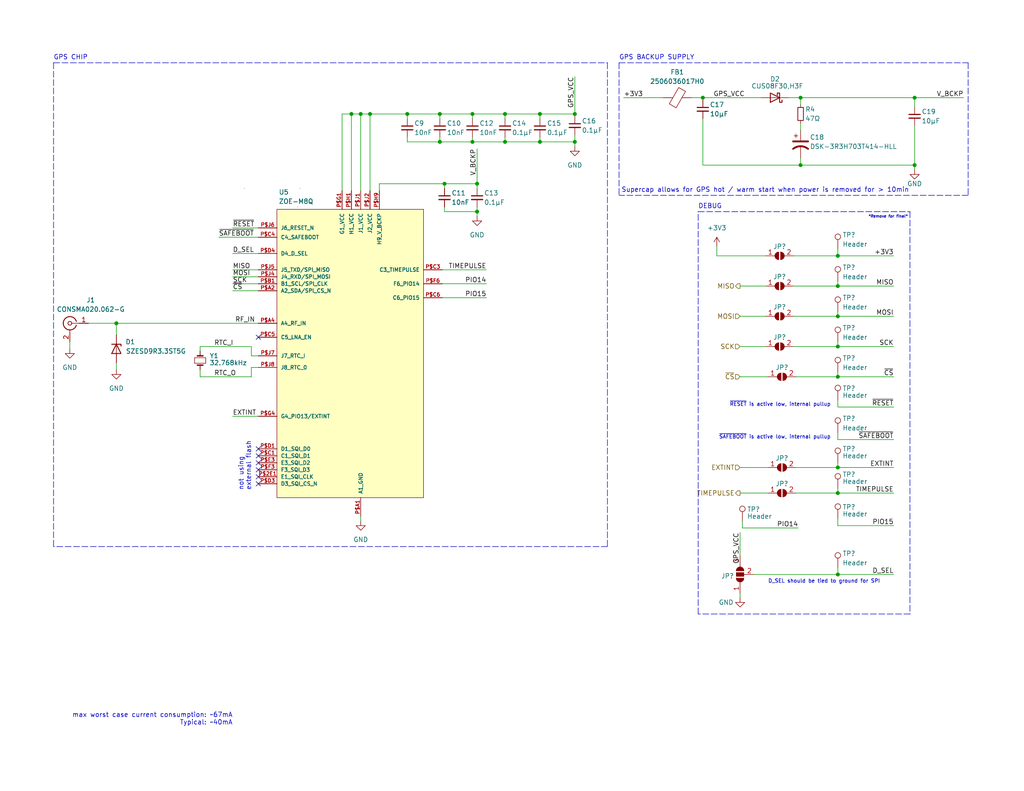
<source format=kicad_sch>
(kicad_sch (version 20211123) (generator eeschema)
  (paper "USLetter")
  (title_block (date "2022-08-06") (rev "V1.0 ") (company "Missouri S&T Rocket Design Team") (comment 1 "Seth Sievers"))
  (lib_symbols
    (symbol "Connector:Conn_Coaxial" (pin_names (offset 1.016) hide)
      (property "Reference" "J" (at 0.254 3.048 0))
      (property "Value" "Conn_Coaxial" (at 2.921 0 90))
      (symbol "Conn_Coaxial_0_1"
        (arc (start -1.778 -0.508) (mid 0.2311 -1.8066) (end 1.778 0) (stroke (width 0.254)))
        (polyline (pts (xy -2.54 0) (xy -0.508 0)))
        (polyline (pts (xy 0 -2.54) (xy 0 -1.778)))
        (circle (center 0 0) (radius 0.508) (stroke (width 0.2032)))
        (arc (start 1.778 0) (mid 0.2099 1.8101) (end -1.778 0.508) (stroke (width 0.254)))
      )
      (symbol "Conn_Coaxial_1_1"
        (pin passive line (at -5.08 0 0) (length 2.54) (name "In") (number "1"))
        (pin passive line (at 0 -5.08 90) (length 2.54) (name "Ext") (number "2"))
      )
    )
    (symbol "Connector:TestPoint" (pin_numbers hide) (pin_names (offset 0.762) hide)
      (property "Reference" "TP" (at 0 6.858 0))
      (property "Value" "TestPoint" (at 0 5.08 0))
      (symbol "TestPoint_0_1"
        (circle (center 0 3.302) (radius 0.762))
      )
      (symbol "TestPoint_1_1"
        (pin passive line (at 0 0 90) (length 2.54) (name "1") (number "1"))
      )
    )
    (symbol "Device:C_Polarized_US" (pin_numbers hide) (pin_names (offset 0.254) hide)
      (property "Reference" "C" (at 0.635 2.54 0))
      (property "Value" "C_Polarized_US" (at 0.635 -2.54 0))
      (symbol "C_Polarized_US_0_1"
        (polyline (pts (xy -2.032 0.762) (xy 2.032 0.762)) (stroke (width 0.508)))
        (polyline (pts (xy -1.778 2.286) (xy -0.762 2.286)))
        (polyline (pts (xy -1.27 1.778) (xy -1.27 2.794)))
        (arc (start 2.032 -1.27) (mid 0 -0.5572) (end -2.032 -1.27) (stroke (width 0.508)))
      )
      (symbol "C_Polarized_US_1_1"
        (pin passive line (at 0 3.81 270) (length 2.794) (name "~") (number "1"))
        (pin passive line (at 0 -3.81 90) (length 3.302) (name "~") (number "2"))
      )
    )
    (symbol "Device:C_Small" (pin_numbers hide) (pin_names (offset 0.254) hide)
      (property "Reference" "C" (at 0.254 1.778 0))
      (property "Value" "C_Small" (at 0.254 -2.032 0))
      (symbol "C_Small_0_1"
        (polyline (pts (xy -1.524 -0.508) (xy 1.524 -0.508)) (stroke (width 0.3302)))
        (polyline (pts (xy -1.524 0.508) (xy 1.524 0.508)) (stroke (width 0.3048)))
      )
      (symbol "C_Small_1_1"
        (pin passive line (at 0 2.54 270) (length 2.032) (name "~") (number "1"))
        (pin passive line (at 0 -2.54 90) (length 2.032) (name "~") (number "2"))
      )
    )
    (symbol "Device:Crystal_Small" (pin_numbers hide) (pin_names (offset 1.016) hide)
      (property "Reference" "Y" (at 0 2.54 0))
      (property "Value" "Crystal_Small" (at 0 -2.54 0))
      (symbol "Crystal_Small_0_1"
        (rectangle (start -0.762 -1.524) (end 0.762 1.524))
        (polyline (pts (xy -1.27 -0.762) (xy -1.27 0.762)) (stroke (width 0.381)))
        (polyline (pts (xy 1.27 -0.762) (xy 1.27 0.762)) (stroke (width 0.381)))
      )
      (symbol "Crystal_Small_1_1"
        (pin passive line (at -2.54 0 0) (length 1.27) (name "1") (number "1"))
        (pin passive line (at 2.54 0 180) (length 1.27) (name "2") (number "2"))
      )
    )
    (symbol "Device:D_Schottky" (pin_numbers hide) (pin_names (offset 1.016) hide)
      (property "Reference" "D?" (at 0 6.35 0))
      (property "Value" "CUS08F30,H3F" (at 0 3.81 0))
      (symbol "D_Schottky_0_1"
        (polyline (pts (xy 1.27 0) (xy -1.27 0)))
        (polyline (pts (xy 1.27 1.27) (xy 1.27 -1.27) (xy -1.27 0) (xy 1.27 1.27)) (stroke (width 0.254)))
        (polyline (pts (xy -1.905 0.635) (xy -1.905 1.27) (xy -1.27 1.27) (xy -1.27 -1.27) (xy -0.635 -1.27) (xy -0.635 -0.635)) (stroke (width 0.254)))
      )
      (symbol "D_Schottky_1_1"
        (pin passive line (at -3.81 0 0) (length 2.54) (name "K") (number "1"))
        (pin passive line (at 3.81 0 180) (length 2.54) (name "A") (number "2"))
      )
    )
    (symbol "Device:D_Zener" (pin_numbers hide) (pin_names (offset 1.016) hide)
      (property "Reference" "D" (at 0 2.54 0))
      (property "Value" "D_Zener" (at 0 -2.54 0))
      (symbol "D_Zener_0_1"
        (polyline (pts (xy 1.27 0) (xy -1.27 0)))
        (polyline (pts (xy -1.27 -1.27) (xy -1.27 1.27) (xy -0.762 1.27)) (stroke (width 0.254)))
        (polyline (pts (xy 1.27 -1.27) (xy 1.27 1.27) (xy -1.27 0) (xy 1.27 -1.27)) (stroke (width 0.254)))
      )
      (symbol "D_Zener_1_1"
        (pin passive line (at -3.81 0 0) (length 2.54) (name "K") (number "1"))
        (pin passive line (at 3.81 0 180) (length 2.54) (name "A") (number "2"))
      )
    )
    (symbol "Device:FerriteBead" (pin_numbers hide) (pin_names (offset 0))
      (property "Reference" "FB" (at -3.81 0.635 90))
      (property "Value" "FerriteBead" (at 3.81 0 90))
      (symbol "FerriteBead_0_1"
        (polyline (pts (xy 0 -1.27) (xy 0 -1.2192)))
        (polyline (pts (xy 0 1.27) (xy 0 1.2954)))
        (polyline (pts (xy -2.7686 0.4064) (xy -1.7018 2.2606) (xy 2.7686 -0.3048) (xy 1.6764 -2.159) (xy -2.7686 0.4064)))
      )
      (symbol "FerriteBead_1_1"
        (pin passive line (at 0 3.81 270) (length 2.54) (name "~") (number "1"))
        (pin passive line (at 0 -3.81 90) (length 2.54) (name "~") (number "2"))
      )
    )
    (symbol "Device:R_Small" (pin_numbers hide) (pin_names (offset 0.254) hide)
      (property "Reference" "R" (at 0.762 0.508 0))
      (property "Value" "R_Small" (at 0.762 -1.016 0))
      (symbol "R_Small_0_1"
        (rectangle (start -0.762 1.778) (end 0.762 -1.778) (stroke (width 0.2032)))
      )
      (symbol "R_Small_1_1"
        (pin passive line (at 0 2.54 270) (length 0.762) (name "~") (number "1"))
        (pin passive line (at 0 -2.54 90) (length 0.762) (name "~") (number "2"))
      )
    )
    (symbol "Jumper:SolderJumper_2_Open" (pin_names (offset 0) hide)
      (property "Reference" "JP" (at 0 2.032 0))
      (property "Value" "SolderJumper_2_Open" (at 0 -2.54 0))
      (symbol "SolderJumper_2_Open_0_1"
        (arc (start -0.254 1.016) (mid -1.27 0) (end -0.254 -1.016))
        (arc (start -0.254 1.016) (mid -1.27 0) (end -0.254 -1.016) (fill (type outline)))
        (polyline (pts (xy -0.254 1.016) (xy -0.254 -1.016)))
        (polyline (pts (xy 0.254 1.016) (xy 0.254 -1.016)))
        (arc (start 0.254 -1.016) (mid 1.27 0) (end 0.254 1.016))
        (arc (start 0.254 -1.016) (mid 1.27 0) (end 0.254 1.016) (fill (type outline)))
      )
      (symbol "SolderJumper_2_Open_1_1"
        (pin passive line (at -3.81 0 0) (length 2.54) (name "A") (number "1"))
        (pin passive line (at 3.81 0 180) (length 2.54) (name "B") (number "2"))
      )
    )
    (symbol "Jumper:SolderJumper_3_Open" (pin_names (offset 0) hide)
      (property "Reference" "JP" (at -2.54 -2.54 0))
      (property "Value" "SolderJumper_3_Open" (at 0 2.794 0))
      (symbol "SolderJumper_3_Open_0_1"
        (arc (start -1.016 1.016) (mid -2.032 0) (end -1.016 -1.016))
        (arc (start -1.016 1.016) (mid -2.032 0) (end -1.016 -1.016) (fill (type outline)))
        (rectangle (start -0.508 1.016) (end 0.508 -1.016) (fill (type outline)))
        (polyline (pts (xy -2.54 0) (xy -2.032 0)))
        (polyline (pts (xy -1.016 1.016) (xy -1.016 -1.016)))
        (polyline (pts (xy 0 -1.27) (xy 0 -1.016)))
        (polyline (pts (xy 1.016 1.016) (xy 1.016 -1.016)))
        (polyline (pts (xy 2.54 0) (xy 2.032 0)))
        (arc (start 1.016 -1.016) (mid 2.032 0) (end 1.016 1.016))
        (arc (start 1.016 -1.016) (mid 2.032 0) (end 1.016 1.016) (fill (type outline)))
      )
      (symbol "SolderJumper_3_Open_1_1"
        (pin passive line (at -5.08 0 0) (length 2.54) (name "A") (number "1"))
        (pin passive line (at 0 -3.81 90) (length 2.54) (name "C") (number "2"))
        (pin passive line (at 5.08 0 180) (length 2.54) (name "B") (number "3"))
      )
    )
    (symbol "SRAD-FC:ZOE-M8Q" (pin_names (offset 1.016))
      (property "Reference" "U5" (at -22.3773 44.704 0))
      (property "Value" "ZOE-M8Q" (at -22.3773 42.164 0))
      (symbol "ZOE-M8Q_0_0"
        (pin bidirectional line (at -27.94 -33.02 0) (length 5.08) (name "E1_SQI_CLK") (number "P$2E1"))
        (pin power_in line (at 0 -43.815 90) (length 5.08) (name "A1_GND") (number "P$A1"))
        (pin bidirectional line (at -27.94 17.78 0) (length 5.08) (name "A2_SDA/SPI_CS_N") (number "P$A2"))
        (pin power_in line (at 0 -43.815 90) (length 5.08) hide (name "A3_GND") (number "P$A3"))
        (pin input line (at -27.94 8.89 0) (length 5.08) (name "A4_RF_IN") (number "P$A4"))
        (pin power_in line (at 0 -43.815 90) (length 5.08) hide (name "A5_GND") (number "P$A5"))
        (pin no_connect line (at 0 -9.525 90) (length 5.08) hide (name "A6_RESREVED") (number "P$A6"))
        (pin power_in line (at 0 -43.815 90) (length 5.08) hide (name "A7_GND") (number "P$A7"))
        (pin power_in line (at 0 -43.815 90) (length 5.08) hide (name "A8_GND") (number "P$A8"))
        (pin power_in line (at 0 -43.815 90) (length 5.08) hide (name "A9_GND") (number "P$A9"))
        (pin bidirectional line (at -27.94 19.685 0) (length 5.08) (name "B1_SCL/SPI_CLK") (number "P$B1"))
        (pin power_in line (at 0 -43.815 90) (length 5.08) hide (name "B9_GND") (number "P$B9"))
        (pin bidirectional line (at -27.94 -27.305 0) (length 5.08) (name "C1_SQI_D1") (number "P$C1"))
        (pin bidirectional line (at 22.225 23.495 180) (length 5.08) (name "C3_TIMEPULSE") (number "P$C3"))
        (pin bidirectional line (at -27.94 32.385 0) (length 5.08) (name "C4_SAFEBOOT") (number "P$C4"))
        (pin bidirectional line (at -27.94 5.08 0) (length 5.08) (name "C5_LNA_EN") (number "P$C5"))
        (pin bidirectional line (at 22.225 15.875 180) (length 5.08) (name "C6_PIO15") (number "P$C6"))
        (pin power_in line (at 0 -43.815 90) (length 5.08) hide (name "C7_GND") (number "P$C7"))
        (pin power_in line (at 0 -43.815 90) (length 5.08) hide (name "C9_GND") (number "P$C9"))
        (pin bidirectional line (at -27.94 -25.4 0) (length 5.08) (name "D1_SQI_D0") (number "P$D1"))
        (pin bidirectional line (at -27.94 -34.925 0) (length 5.08) (name "D3_SQI_CS_N") (number "P$D3"))
        (pin bidirectional line (at -27.94 27.94 0) (length 5.08) (name "D4_D_SEL") (number "P$D4"))
        (pin power_in line (at 0 -43.815 90) (length 5.08) hide (name "D6_GND") (number "P$D6"))
        (pin power_in line (at 0 -43.815 90) (length 5.08) hide (name "D9_GND") (number "P$D9"))
        (pin bidirectional line (at -27.94 -29.21 0) (length 5.08) (name "E3_SQI_D2") (number "P$E3"))
        (pin power_in line (at 0 -43.815 90) (length 5.08) hide (name "E7_GND") (number "P$E7"))
        (pin no_connect line (at 0 -9.525 90) (length 5.08) hide (name "E9_RESERVED") (number "P$E9"))
        (pin no_connect line (at 0 -9.525 90) (length 5.08) hide (name "F1_RESERVED") (number "P$F1"))
        (pin bidirectional line (at -27.94 -31.115 0) (length 5.08) (name "F3_SQI_D3") (number "P$F3"))
        (pin no_connect line (at 0 -9.525 90) (length 5.08) hide (name "F4_RESERVED") (number "P$F4"))
        (pin bidirectional line (at 22.225 19.685 180) (length 5.08) (name "F6_PIO14") (number "P$F6"))
        (pin power_in line (at 0 -43.815 90) (length 5.08) hide (name "F7_GND") (number "P$F7"))
        (pin no_connect line (at 0 -9.525 90) (length 5.08) hide (name "F9_RESERVED") (number "P$F9"))
        (pin power_in line (at -5.08 45.085 270) (length 5.08) (name "G1_VCC") (number "P$G1"))
        (pin power_in line (at 0 -43.815 90) (length 5.08) hide (name "G3_GND") (number "P$G3"))
        (pin bidirectional line (at -27.94 -16.51 0) (length 5.08) (name "G4_PIO13/EXTINT") (number "P$G4"))
        (pin no_connect line (at 0 -9.525 90) (length 5.08) hide (name "G5_RESERVED") (number "P$G5"))
        (pin power_in line (at 0 -43.815 90) (length 5.08) hide (name "G6_GND") (number "P$G6"))
        (pin power_in line (at 0 -43.815 90) (length 5.08) hide (name "G7_GND") (number "P$G7"))
        (pin no_connect line (at 0 -9.525 90) (length 5.08) hide (name "G9_RESERVED") (number "P$G9"))
        (pin power_in line (at -2.54 45.085 270) (length 5.08) (name "H1_VCC") (number "P$H1"))
        (pin power_in line (at 5.08 45.085 270) (length 5.08) (name "H9_V_BCKP") (number "P$H9"))
        (pin power_in line (at 0 45.085 270) (length 5.08) (name "J1_VCC") (number "P$J1"))
        (pin power_in line (at 2.54 45.085 270) (length 5.08) (name "J2_VCC") (number "P$J2"))
        (pin power_in line (at 0 -43.815 90) (length 5.08) hide (name "J3_GND") (number "P$J3"))
        (pin bidirectional line (at -27.94 21.59 0) (length 5.08) (name "J4_RXD/SPI_MOSI") (number "P$J4"))
        (pin bidirectional line (at -27.94 23.495 0) (length 5.08) (name "J5_TXD/SPI_MISO") (number "P$J5"))
        (pin bidirectional line (at -27.94 34.925 0) (length 5.08) (name "J6_RESET_N") (number "P$J6"))
        (pin bidirectional line (at -27.94 0 0) (length 5.08) (name "J7_RTC_I") (number "P$J7"))
        (pin bidirectional line (at -27.94 -3.175 0) (length 5.08) (name "J8_RTC_0") (number "P$J8"))
        (pin power_in line (at 0 -43.815 90) (length 5.08) hide (name "J9_GND") (number "P$J9"))
      )
      (symbol "ZOE-M8Q_0_1"
        (rectangle (start -31.75 45.72) (end -31.75 45.72))
        (rectangle (start -22.86 40.005) (end 17.145 -38.735) (fill (type background)))
        (rectangle (start -17.145 40.64) (end -17.145 40.64))
        (rectangle (start -16.51 45.72) (end -16.51 45.72))
      )
    )
    (symbol "power:+3V3" (power) (pin_names (offset 0))
      (property "Value" "+3V3" (at 0 3.556 0))
      (symbol "+3V3_0_1"
        (polyline (pts (xy -0.762 1.27) (xy 0 2.54)))
        (polyline (pts (xy 0 0) (xy 0 2.54)))
        (polyline (pts (xy 0 2.54) (xy 0.762 1.27)))
      )
      (symbol "+3V3_1_1"
        (pin power_in line (at 0 0 90) (length 0) hide (name "+3V3") (number "1"))
      )
    )
    (symbol "power:GND" (power) (pin_names (offset 0))
      (property "Value" "GND" (at 0 -3.81 0))
      (symbol "GND_0_1"
        (polyline (pts (xy 0 0) (xy 0 -1.27) (xy 1.27 -1.27) (xy 0 -2.54) (xy -1.27 -1.27) (xy 0 -1.27)))
      )
      (symbol "GND_1_1"
        (pin power_in line (at 0 0 270) (length 0) hide (name "GND") (number "1"))
      )
    )
  )
  (junction (at 228.6 134.62))
  (junction (at 128.905 38.735))
  (junction (at 228.6 102.87))
  (junction (at 191.77 26.67))
  (junction (at 228.6 78.105))
  (junction (at 228.6 156.845))
  (junction (at 156.845 38.735))
  (junction (at 100.965 31.115))
  (junction (at 249.555 45.085))
  (junction (at 218.44 26.67))
  (junction (at 31.75 88.265))
  (junction (at 98.425 31.115))
  (junction (at 130.175 50.165))
  (junction (at 218.44 45.085))
  (junction (at 95.885 31.115))
  (junction (at 147.32 38.735))
  (junction (at 111.125 31.115))
  (junction (at 228.6 86.36))
  (junction (at 130.175 57.785))
  (junction (at 228.6 94.615))
  (junction (at 120.015 38.735))
  (junction (at 249.555 26.67))
  (junction (at 156.845 31.115))
  (junction (at 228.6 127.635))
  (junction (at 137.795 38.735))
  (junction (at 137.795 31.115))
  (junction (at 228.6 69.85))
  (junction (at 121.285 50.165))
  (junction (at 120.015 31.115))
  (junction (at 128.905 31.115))
  (junction (at 147.32 31.115))
  (no_connect (at 70.485 92.075))
  (no_connect (at 70.485 132.08))
  (no_connect (at 70.485 130.175))
  (no_connect (at 70.485 128.27))
  (no_connect (at 70.485 126.365))
  (no_connect (at 70.485 124.46))
  (no_connect (at 70.485 122.555))
  (polyline (pts (xy 248.285 57.785) (xy 248.285 167.64)))
  (wire (pts (xy 63.5 79.375) (xy 70.485 79.375)))
  (wire (pts (xy 130.175 40.64) (xy 130.175 50.165)))
  (wire (pts (xy 130.175 50.165) (xy 130.175 51.435)))
  (wire (pts (xy 201.93 78.105) (xy 208.915 78.105)))
  (wire (pts (xy 201.93 127.635) (xy 209.55 127.635)))
  (wire (pts (xy 98.425 140.97) (xy 98.425 142.24)))
  (wire (pts (xy 249.555 26.67) (xy 249.555 29.21)))
  (wire (pts (xy 128.905 38.735) (xy 137.795 38.735)))
  (wire (pts (xy 191.77 26.67) (xy 207.645 26.67)))
  (wire (pts (xy 121.285 56.515) (xy 121.285 57.785)))
  (wire (pts (xy 228.6 154.94) (xy 228.6 156.845)))
  (wire (pts (xy 215.265 26.67) (xy 218.44 26.67)))
  (polyline (pts (xy 264.16 17.145) (xy 264.16 53.34)))
  (wire (pts (xy 121.285 50.165) (xy 130.175 50.165)))
  (wire (pts (xy 121.285 50.165) (xy 121.285 51.435)))
  (wire (pts (xy 130.175 57.785) (xy 130.175 59.055)))
  (wire (pts (xy 111.125 31.115) (xy 120.015 31.115)))
  (wire (pts (xy 31.75 88.265) (xy 70.485 88.265)))
  (wire (pts (xy 68.58 97.155) (xy 68.58 94.615)))
  (wire (pts (xy 63.5 62.23) (xy 70.485 62.23)))
  (wire (pts (xy 228.6 127.635) (xy 243.84 127.635)))
  (polyline (pts (xy 248.285 167.64) (xy 190.5 167.64)))
  (wire (pts (xy 111.125 31.115) (xy 111.125 32.385)))
  (wire (pts (xy 228.6 126.365) (xy 228.6 127.635)))
  (wire (pts (xy 128.905 37.465) (xy 128.905 38.735)))
  (wire (pts (xy 111.125 37.465) (xy 111.125 38.735)))
  (wire (pts (xy 218.44 26.67) (xy 218.44 28.575)))
  (wire (pts (xy 218.44 33.655) (xy 218.44 35.56)))
  (wire (pts (xy 120.015 31.115) (xy 128.905 31.115)))
  (wire (pts (xy 201.93 161.925) (xy 201.93 163.195)))
  (wire (pts (xy 201.93 102.87) (xy 209.55 102.87)))
  (wire (pts (xy 120.015 38.735) (xy 128.905 38.735)))
  (wire (pts (xy 128.905 31.115) (xy 128.905 32.385)))
  (wire (pts (xy 249.555 45.085) (xy 249.555 46.355)))
  (wire (pts (xy 216.535 78.105) (xy 228.6 78.105)))
  (wire (pts (xy 228.6 67.945) (xy 228.6 69.85)))
  (wire (pts (xy 228.6 69.85) (xy 243.84 69.85)))
  (wire (pts (xy 54.61 94.615) (xy 68.58 94.615)))
  (wire (pts (xy 191.77 32.385) (xy 191.77 45.085)))
  (wire (pts (xy 103.505 50.165) (xy 121.285 50.165)))
  (wire (pts (xy 228.6 120.015) (xy 243.84 120.015)))
  (wire (pts (xy 228.6 143.51) (xy 243.84 143.51)))
  (wire (pts (xy 54.61 95.885) (xy 54.61 94.615)))
  (wire (pts (xy 191.77 45.085) (xy 218.44 45.085)))
  (wire (pts (xy 120.65 81.28) (xy 132.715 81.28)))
  (polyline (pts (xy 165.735 149.225) (xy 14.605 149.225)))
  (wire (pts (xy 63.5 75.565) (xy 70.485 75.565)))
  (wire (pts (xy 54.61 102.87) (xy 68.58 102.87)))
  (wire (pts (xy 103.505 52.07) (xy 103.505 50.165)))
  (wire (pts (xy 228.6 133.35) (xy 228.6 134.62)))
  (wire (pts (xy 228.6 141.605) (xy 228.6 143.51)))
  (wire (pts (xy 137.795 37.465) (xy 137.795 38.735)))
  (wire (pts (xy 147.32 37.465) (xy 147.32 38.735)))
  (wire (pts (xy 128.905 31.115) (xy 137.795 31.115)))
  (wire (pts (xy 218.44 45.085) (xy 218.44 43.18)))
  (wire (pts (xy 217.17 102.87) (xy 228.6 102.87)))
  (wire (pts (xy 111.125 38.735) (xy 120.015 38.735)))
  (wire (pts (xy 31.75 99.06) (xy 31.75 100.965)))
  (wire (pts (xy 100.965 31.115) (xy 111.125 31.115)))
  (wire (pts (xy 228.6 101.6) (xy 228.6 102.87)))
  (wire (pts (xy 217.17 127.635) (xy 228.6 127.635)))
  (wire (pts (xy 201.93 94.615) (xy 208.915 94.615)))
  (wire (pts (xy 202.565 142.24) (xy 202.565 144.145)))
  (wire (pts (xy 156.845 38.735) (xy 156.845 36.83)))
  (wire (pts (xy 95.885 31.115) (xy 98.425 31.115)))
  (wire (pts (xy 191.77 26.67) (xy 191.77 27.305)))
  (wire (pts (xy 70.485 97.155) (xy 68.58 97.155)))
  (wire (pts (xy 120.65 77.47) (xy 132.715 77.47)))
  (wire (pts (xy 31.75 88.265) (xy 31.75 91.44)))
  (wire (pts (xy 228.6 156.845) (xy 243.84 156.845)))
  (wire (pts (xy 120.65 73.66) (xy 132.715 73.66)))
  (wire (pts (xy 228.6 102.87) (xy 243.84 102.87)))
  (wire (pts (xy 228.6 93.345) (xy 228.6 94.615)))
  (wire (pts (xy 188.595 26.67) (xy 191.77 26.67)))
  (wire (pts (xy 205.74 156.845) (xy 228.6 156.845)))
  (wire (pts (xy 24.13 88.265) (xy 31.75 88.265)))
  (wire (pts (xy 137.795 31.115) (xy 147.32 31.115)))
  (wire (pts (xy 147.32 38.735) (xy 156.845 38.735)))
  (wire (pts (xy 202.565 144.145) (xy 217.805 144.145)))
  (polyline (pts (xy 168.91 17.145) (xy 264.16 17.145)))
  (wire (pts (xy 218.44 26.67) (xy 249.555 26.67)))
  (wire (pts (xy 228.6 78.105) (xy 243.84 78.105)))
  (wire (pts (xy 147.32 31.115) (xy 156.845 31.115)))
  (wire (pts (xy 201.93 86.36) (xy 208.915 86.36)))
  (polyline (pts (xy 247.65 57.785) (xy 248.285 57.785)))
  (wire (pts (xy 19.05 93.345) (xy 19.05 95.25)))
  (wire (pts (xy 228.6 120.015) (xy 228.6 118.11)))
  (wire (pts (xy 228.6 109.22) (xy 228.6 111.125)))
  (polyline (pts (xy 165.735 17.145) (xy 165.735 149.225)))
  (polyline (pts (xy 264.16 53.34) (xy 168.91 53.34)))
  (polyline (pts (xy 168.91 17.145) (xy 168.91 53.34)))
  (polyline (pts (xy 14.605 17.145) (xy 14.605 149.225)))
  (wire (pts (xy 63.5 77.47) (xy 70.485 77.47)))
  (wire (pts (xy 137.795 31.115) (xy 137.795 32.385)))
  (wire (pts (xy 68.58 102.87) (xy 68.58 100.33)))
  (wire (pts (xy 228.6 111.125) (xy 243.84 111.125)))
  (wire (pts (xy 195.58 67.31) (xy 195.58 69.85)))
  (wire (pts (xy 120.015 31.115) (xy 120.015 32.385)))
  (polyline (pts (xy 190.5 57.785) (xy 248.285 57.785)))
  (wire (pts (xy 93.345 31.115) (xy 95.885 31.115)))
  (wire (pts (xy 156.845 31.115) (xy 156.845 31.75)))
  (wire (pts (xy 228.6 86.36) (xy 243.84 86.36)))
  (wire (pts (xy 63.5 113.665) (xy 70.485 113.665)))
  (wire (pts (xy 228.6 76.835) (xy 228.6 78.105)))
  (wire (pts (xy 93.345 31.115) (xy 93.345 52.07)))
  (wire (pts (xy 63.5 69.215) (xy 70.485 69.215)))
  (wire (pts (xy 54.61 100.965) (xy 54.61 102.87)))
  (wire (pts (xy 216.535 86.36) (xy 228.6 86.36)))
  (wire (pts (xy 63.5 73.66) (xy 70.485 73.66)))
  (wire (pts (xy 98.425 31.115) (xy 100.965 31.115)))
  (wire (pts (xy 59.69 64.77) (xy 70.485 64.77)))
  (wire (pts (xy 170.18 26.67) (xy 180.975 26.67)))
  (wire (pts (xy 120.015 37.465) (xy 120.015 38.735)))
  (wire (pts (xy 100.965 31.115) (xy 100.965 52.07)))
  (wire (pts (xy 98.425 31.115) (xy 98.425 52.07)))
  (wire (pts (xy 156.845 38.735) (xy 156.845 40.005)))
  (wire (pts (xy 201.93 145.415) (xy 201.93 151.765)))
  (wire (pts (xy 228.6 134.62) (xy 243.84 134.62)))
  (wire (pts (xy 249.555 26.67) (xy 262.89 26.67)))
  (wire (pts (xy 249.555 45.085) (xy 218.44 45.085)))
  (polyline (pts (xy 14.605 17.145) (xy 165.735 17.145)))
  (wire (pts (xy 68.58 100.33) (xy 70.485 100.33)))
  (wire (pts (xy 216.535 69.85) (xy 228.6 69.85)))
  (polyline (pts (xy 190.5 167.64) (xy 190.5 57.785)))
  (wire (pts (xy 156.845 20.955) (xy 156.845 31.115)))
  (wire (pts (xy 216.535 94.615) (xy 228.6 94.615)))
  (wire (pts (xy 95.885 31.115) (xy 95.885 52.07)))
  (wire (pts (xy 201.93 134.62) (xy 209.55 134.62)))
  (wire (pts (xy 147.32 31.115) (xy 147.32 32.385)))
  (wire (pts (xy 130.175 56.515) (xy 130.175 57.785)))
  (wire (pts (xy 217.17 134.62) (xy 228.6 134.62)))
  (wire (pts (xy 195.58 69.85) (xy 208.915 69.85)))
  (wire (pts (xy 121.285 57.785) (xy 130.175 57.785)))
  (wire (pts (xy 249.555 34.29) (xy 249.555 45.085)))
  (wire (pts (xy 228.6 94.615) (xy 243.84 94.615)))
  (wire (pts (xy 228.6 85.09) (xy 228.6 86.36)))
  (wire (pts (xy 137.795 38.735) (xy 147.32 38.735)))
  (text "Supercap allows for GPS hot / warm start when power is removed for > 10min\n" (at 169.545 52.705 0) (effects (font (size 1.27 1.27)) (justify left bottom)))
  (text "GPS CHIP" (at 14.605 16.51 0) (effects (font (size 1.27 1.27)) (justify left bottom)))
  (text "DEBUG" (at 190.5 57.15 0) (effects (font (size 1.27 1.27)) (justify left bottom)))
  (text "~{RESET} is active low, internal pullup\n" (at 226.695 111.125 180) (effects (font (size 1 1)) (justify right bottom)))
  (text "not using \nexternal flash" (at 68.58 133.985 90) (effects (font (size 1.27 1.27)) (justify left bottom)))
  (text "GPS BACKUP SUPPLY" (at 168.91 16.51 0) (effects (font (size 1.27 1.27)) (justify left bottom)))
  (text "~{SAFEBOOT} is active low, internal pullup\n" (at 226.695 120.015 180) (effects (font (size 1 1)) (justify right bottom)))
  (text "D_SEL should be tied to ground for SPI" (at 209.55 159.385 0) (effects (font (size 1 1)) (justify left bottom)))
  (text "*Remove for final*" (at 236.855 59.69 0) (effects (font (size 0.75 0.75) italic) (justify left bottom)))
  (text "max worst case current consumption: ~67mA\nTypical: ~40mA\n" (at 63.5 198.12 0) (effects (font (size 1.27 1.27)) (justify right bottom)))
  (label "GPS_VCC" (at 156.845 20.955 270))
  (label "D_SEL" (at 243.84 156.845 180))
  (label "PIO14" (at 217.805 144.145 180))
  (label "PIO15" (at 243.84 143.51 180))
  (label "TIMEPULSE" (at 243.84 134.62 180))
  (label "SCK" (at 63.5 77.47 0))
  (label "~{RESET}" (at 63.5 62.23 0))
  (label "GPS_VCC" (at 203.2 26.67 180))
  (label "RTC_O" (at 58.42 102.87 0))
  (label "MISO" (at 243.84 78.105 180))
  (label "~{CS}" (at 243.84 102.87 180))
  (label "~{CS}" (at 63.5 79.375 0))
  (label "MOSI" (at 63.5 75.565 0))
  (label "MOSI" (at 243.84 86.36 180))
  (label "PIO15" (at 132.715 81.28 180))
  (label "V_BCKP" (at 130.175 40.64 270))
  (label "PIO14" (at 132.715 77.47 180))
  (label "V_BCKP" (at 262.89 26.67 180))
  (label "RF_IN" (at 64.135 88.265 0))
  (label "~{RESET}" (at 243.84 111.125 180))
  (label "~{SAFEBOOT}" (at 59.69 64.77 0))
  (label "+3V3" (at 243.84 69.85 180))
  (label "TIMEPULSE" (at 132.715 73.66 180))
  (label "RTC_I" (at 58.42 94.615 0))
  (label "GPS_VCC" (at 201.93 145.415 270))
  (label "EXTINT" (at 243.84 127.635 180))
  (label "D_SEL" (at 63.5 69.215 0))
  (label "~{SAFEBOOT}" (at 243.84 120.015 180))
  (label "EXTINT" (at 63.5 113.665 0))
  (label "+3V3" (at 170.18 26.67 0))
  (label "SCK" (at 243.84 94.615 180))
  (label "MISO" (at 63.5 73.66 0))
  (hierarchical_label "~{CS}" (shape input) (at 201.93 102.87 180))
  (hierarchical_label "EXTINT" (shape input) (at 201.93 127.635 180))
  (hierarchical_label "TIMEPULSE" (shape output) (at 201.93 134.62 180))
  (hierarchical_label "SCK" (shape input) (at 201.93 94.615 180))
  (hierarchical_label "MISO" (shape output) (at 201.93 78.105 180))
  (hierarchical_label "MOSI" (shape input) (at 201.93 86.36 180))
  (symbol (lib_id "Device:Crystal_Small") (at 54.61 98.425 90) (unit 1)
    (property "Reference" "Y1" (at 57.15 97.1549 90) (effects (justify right)))
    (property "Value" "32.768kHz" (at 57.15 99.06 90) (effects (justify right)))
    (property "Footprint" "Crystal:Crystal_SMD_3215-2Pin_3.2x1.5mm" (effects hide))
    (property "Datasheet" "http://cfd.citizen.co.jp/cms/cfd/pdf/english/CM315D_E.pdf" (effects hide))
    (property "Digikey" "https://www.digikey.com/en/products/detail/citizen-finedevice-co-ltd/CM315D32768HZFT/5970266" (effects hide))
  )
  (symbol (lib_id "Jumper:SolderJumper_2_Open") (at 212.725 86.36 0) (unit 1)
    (property "Reference" "JP?" (at 212.725 83.82 0))
    (property "Value" "SolderJumper_2_Open" (effects hide))
    (property "Footprint" "Jumper:SolderJumper-2_P1.3mm_Open_RoundedPad1.0x1.5mm" (effects hide))
  )
  (symbol (lib_id "Connector:TestPoint") (at 228.6 101.6 0) (unit 1)
    (property "Reference" "TP?" (at 229.87 97.79 0) (effects (justify left)))
    (property "Value" "Header" (at 229.87 100.33 0) (effects (justify left)))
    (property "Footprint" "Connector_PinHeader_2.54mm:PinHeader_1x01_P2.54mm_Vertical" (effects hide))
  )
  (symbol (lib_id "SRAD-FC:ZOE-M8Q") (at 98.425 97.155 0) (unit 1)
    (property "Reference" "U5" (at 76.0477 52.451 0) (effects (justify left)))
    (property "Value" "ZOE-M8Q" (at 76.0477 54.991 0) (effects (justify left)))
    (property "Footprint" "SRAD-FC:ZOE-M8" (effects hide))
    (property "Datasheet" "https://content.u-blox.com/sites/default/files/ZOE-M8_DataSheet_%28UBX-16008094%29.pdf" (effects hide))
    (property "Digikey" "https://www.digikey.com/en/products/detail/u-blox/ZOE-M8Q-0/7931798?s=N4IgTCBcDaIK4CMA2B7AHgAgF4oKYYFsAOARxAF0BfIA" (effects hide))
  )
  (symbol (lib_id "Device:FerriteBead") (at 184.785 26.67 270) (unit 1)
    (property "Reference" "FB1" (at 184.785 19.685 90))
    (property "Value" "2506036017H0" (at 184.785 22.225 90))
    (property "Footprint" "Capacitor_SMD:C_0603_1608Metric_Pad1.08x0.95mm_HandSolder" (effects hide))
    (property "Datasheet" "https://www.fair-rite.com/wp-content/themes/fair-rite/print_product.php?pid=29747" (effects hide))
    (property "Digikey" "https://www.digikey.com/en/products/detail/fair-rite-products-corp/2506036017H0/14635286" (effects hide))
  )
  (symbol (lib_id "Device:C_Small") (at 111.125 34.925 0) (unit 1)
    (property "Reference" "C9" (at 113.03 33.655 0) (effects (justify left)))
    (property "Value" "10nF" (at 113.03 36.195 0) (effects (justify left)))
  )
  (symbol (lib_id "Jumper:SolderJumper_2_Open") (at 212.725 78.105 0) (unit 1)
    (property "Reference" "JP?" (at 212.725 75.565 0))
    (property "Value" "SolderJumper_2_Open" (effects hide))
    (property "Footprint" "Jumper:SolderJumper-2_P1.3mm_Open_RoundedPad1.0x1.5mm" (effects hide))
  )
  (symbol (lib_id "Connector:TestPoint") (at 228.6 118.11 0) (unit 1)
    (property "Reference" "TP?" (at 229.87 114.3 0) (effects (justify left)))
    (property "Value" "Header" (at 229.87 116.84 0) (effects (justify left)))
    (property "Footprint" "Connector_PinHeader_2.54mm:PinHeader_1x01_P2.54mm_Vertical" (effects hide))
  )
  (symbol (lib_id "Connector:TestPoint") (at 228.6 133.35 0) (unit 1)
    (property "Reference" "TP?" (at 229.87 129.54 0) (effects (justify left)))
    (property "Value" "Header" (at 229.87 131.445 0) (effects (justify left)))
    (property "Footprint" "Connector_PinHeader_2.54mm:PinHeader_1x01_P2.54mm_Vertical" (effects hide))
  )
  (symbol (lib_id "Device:C_Small") (at 191.77 29.845 0) (unit 1)
    (property "Reference" "C17" (at 193.675 28.575 0) (effects (justify left)))
    (property "Value" "10μF" (at 193.675 31.115 0) (effects (justify left)))
  )
  (symbol (lib_id "Connector:TestPoint") (at 228.6 141.605 0) (unit 1)
    (property "Reference" "TP?" (at 229.87 138.43 0) (effects (justify left)))
    (property "Value" "Header" (at 229.87 140.335 0) (effects (justify left)))
    (property "Footprint" "Connector_PinHeader_2.54mm:PinHeader_1x01_P2.54mm_Vertical" (effects hide))
  )
  (symbol (lib_id "Device:C_Small") (at 121.285 53.975 0) (unit 1)
    (property "Reference" "C11" (at 123.19 52.705 0) (effects (justify left)))
    (property "Value" "10nF" (at 123.19 55.245 0) (effects (justify left)))
  )
  (symbol (lib_id "power:GND") (at 201.93 163.195 0) (unit 1)
    (property "Reference" "#PWR?" (effects hide))
    (property "Value" "GND" (at 198.12 164.465 0))
  )
  (symbol (lib_id "Device:D_Zener") (at 31.75 95.25 270) (unit 1)
    (property "Reference" "D1" (at 35.56 93.345 90))
    (property "Value" "SZESD9R3.3ST5G" (at 42.545 95.885 90))
    (property "Footprint" "Diode_SMD:D_SOD-923" (effects hide))
    (property "Datasheet" "https://www.onsemi.com/pdf/datasheet/esd9r3.3s-d.pdf" (effects hide))
    (property "Digikey" "https://www.digikey.com/en/products/detail/onsemi/SZESD9R3-3ST5G/8539006" (effects hide))
  )
  (symbol (lib_id "Device:C_Small") (at 249.555 31.75 0) (unit 1)
    (property "Reference" "C19" (at 251.46 30.48 0) (effects (justify left)))
    (property "Value" "10μF" (at 251.46 33.02 0) (effects (justify left)))
  )
  (symbol (lib_id "power:GND") (at 31.75 100.965 0) (unit 1)
    (property "Reference" "#PWR0118" (effects hide))
    (property "Value" "GND" (at 31.75 106.045 0))
  )
  (symbol (lib_id "power:GND") (at 249.555 46.355 0) (unit 1)
    (property "Reference" "#PWR0114" (effects hide))
    (property "Value" "GND" (at 249.555 50.165 0))
  )
  (symbol (lib_id "Device:C_Small") (at 137.795 34.925 0) (unit 1)
    (property "Reference" "C14" (at 139.7 33.655 0) (effects (justify left)))
    (property "Value" "0.1μF" (at 139.7 36.195 0) (effects (justify left)))
  )
  (symbol (lib_id "Device:C_Polarized_US") (at 218.44 39.37 0) (unit 1)
    (property "Reference" "C18" (at 220.98 37.465 0) (effects (justify left)))
    (property "Value" "DSK-3R3H703T414-HLL" (at 220.98 40.005 0) (effects (justify left)))
    (property "Footprint" "SRAD-FC:CAP_DSK-3R3H703T414-HLL" (effects hide))
    (property "Datasheet" "https://www.elna.co.jp/en/capacitor/double_layer/catalog/pdf/dsk414_e.pdf" (effects hide))
    (property "Digikey" "https://www.digikey.com/en/products/detail/elna-america/DSK-3R3H703T414-HLL/2171245" (effects hide))
  )
  (symbol (lib_id "Device:D_Schottky") (at 211.455 26.67 180) (unit 1)
    (property "Reference" "D2" (at 211.455 21.59 0))
    (property "Value" "CUS08F30,H3F" (at 212.09 23.495 0))
    (property "Footprint" "Diode_SMD:D_SOD-323_HandSoldering" (effects hide))
    (property "Datasheet" "https://toshiba.semicon-storage.com/info/docget.jsp?did=9019&prodName=CUS08F30" (effects hide))
    (property "Digikey" "https://www.digikey.com/en/products/detail/toshiba-semiconductor-and-storage/CUS08F30-H3F/5114298" (effects hide))
  )
  (symbol (lib_id "Connector:TestPoint") (at 228.6 93.345 0) (unit 1)
    (property "Reference" "TP?" (at 229.87 89.535 0) (effects (justify left)))
    (property "Value" "Header" (at 229.87 92.075 0) (effects (justify left)))
    (property "Footprint" "Connector_PinHeader_2.54mm:PinHeader_1x01_P2.54mm_Vertical" (effects hide))
  )
  (symbol (lib_id "Connector:TestPoint") (at 228.6 109.22 0) (unit 1)
    (property "Reference" "TP?" (at 229.87 106.045 0) (effects (justify left)))
    (property "Value" "Header" (at 229.87 107.95 0) (effects (justify left)))
    (property "Footprint" "Connector_PinHeader_2.54mm:PinHeader_1x01_P2.54mm_Vertical" (effects hide))
  )
  (symbol (lib_id "Jumper:SolderJumper_2_Open") (at 212.725 94.615 0) (unit 1)
    (property "Reference" "JP?" (at 212.725 92.075 0))
    (property "Value" "SolderJumper_2_Open" (effects hide))
    (property "Footprint" "Jumper:SolderJumper-2_P1.3mm_Open_RoundedPad1.0x1.5mm" (effects hide))
  )
  (symbol (lib_id "Device:C_Small") (at 156.845 34.29 0) (unit 1)
    (property "Reference" "C16" (at 158.75 33.02 0) (effects (justify left)))
    (property "Value" "0.1μF" (at 158.75 35.56 0) (effects (justify left)))
  )
  (symbol (lib_id "Device:R_Small") (at 218.44 31.115 0) (unit 1)
    (property "Reference" "R4" (at 219.71 29.845 0) (effects (justify left)))
    (property "Value" "47Ω" (at 219.71 32.385 0) (effects (justify left)))
  )
  (symbol (lib_id "Device:C_Small") (at 147.32 34.925 0) (unit 1)
    (property "Reference" "C15" (at 149.225 33.655 0) (effects (justify left)))
    (property "Value" "0.1μF" (at 149.225 36.195 0) (effects (justify left)))
  )
  (symbol (lib_id "Jumper:SolderJumper_2_Open") (at 213.36 134.62 0) (unit 1)
    (property "Reference" "JP?" (at 213.36 132.08 0))
    (property "Value" "SolderJumper_2_Open" (effects hide))
    (property "Footprint" "Jumper:SolderJumper-2_P1.3mm_Open_RoundedPad1.0x1.5mm" (effects hide))
  )
  (symbol (lib_id "Jumper:SolderJumper_2_Open") (at 212.725 69.85 0) (unit 1)
    (property "Reference" "JP?" (at 212.725 67.31 0))
    (property "Value" "SolderJumper_2_Open" (effects hide))
    (property "Footprint" "Jumper:SolderJumper-2_P1.3mm_Open_RoundedPad1.0x1.5mm" (effects hide))
  )
  (symbol (lib_id "Jumper:SolderJumper_2_Open") (at 213.36 102.87 0) (unit 1)
    (property "Reference" "JP?" (at 213.36 100.33 0))
    (property "Value" "SolderJumper_2_Open" (effects hide))
    (property "Footprint" "Jumper:SolderJumper-2_P1.3mm_Open_RoundedPad1.0x1.5mm" (effects hide))
  )
  (symbol (lib_id "power:GND") (at 98.425 142.24 0) (unit 1)
    (property "Reference" "#PWR0116" (effects hide))
    (property "Value" "GND" (at 98.425 147.32 0))
  )
  (symbol (lib_id "Connector:TestPoint") (at 228.6 126.365 0) (unit 1)
    (property "Reference" "TP?" (at 229.87 122.555 0) (effects (justify left)))
    (property "Value" "Header" (at 229.87 124.46 0) (effects (justify left)))
    (property "Footprint" "Connector_PinHeader_2.54mm:PinHeader_1x01_P2.54mm_Vertical" (effects hide))
  )
  (symbol (lib_id "Jumper:SolderJumper_3_Open") (at 201.93 156.845 90) (unit 1)
    (property "Reference" "JP?" (at 200.279 157.2788 90) (effects (justify left)))
    (property "Value" "SolderJumper_3_Open" (effects hide))
    (property "Footprint" "Jumper:SolderJumper-3_P1.3mm_Open_RoundedPad1.0x1.5mm" (effects hide))
  )
  (symbol (lib_id "power:+3V3") (at 195.58 67.31 0) (unit 1)
    (property "Reference" "#PWR?" (effects hide))
    (property "Value" "+3V3" (at 195.58 62.23 0))
  )
  (symbol (lib_id "Device:C_Small") (at 120.015 34.925 0) (unit 1)
    (property "Reference" "C10" (at 121.92 33.655 0) (effects (justify left)))
    (property "Value" "10nF" (at 121.92 36.195 0) (effects (justify left)))
  )
  (symbol (lib_id "Device:C_Small") (at 128.905 34.925 0) (unit 1)
    (property "Reference" "C12" (at 130.81 33.655 0) (effects (justify left)))
    (property "Value" "10nF" (at 130.81 36.195 0) (effects (justify left)))
  )
  (symbol (lib_id "power:GND") (at 130.175 59.055 0) (unit 1)
    (property "Reference" "#PWR0115" (effects hide))
    (property "Value" "GND" (at 130.175 64.135 0))
  )
  (symbol (lib_id "Connector:TestPoint") (at 228.6 76.835 0) (unit 1)
    (property "Reference" "TP?" (at 229.87 73.025 0) (effects (justify left)))
    (property "Value" "Header" (at 229.87 75.565 0) (effects (justify left)))
    (property "Footprint" "Connector_PinHeader_2.54mm:PinHeader_1x01_P2.54mm_Vertical" (effects hide))
  )
  (symbol (lib_id "Device:C_Small") (at 130.175 53.975 0) (unit 1)
    (property "Reference" "C13" (at 132.08 52.705 0) (effects (justify left)))
    (property "Value" "0.1μF" (at 132.08 55.245 0) (effects (justify left)))
  )
  (symbol (lib_id "power:GND") (at 156.845 40.005 0) (unit 1)
    (property "Reference" "#PWR0117" (effects hide))
    (property "Value" "GND" (at 156.845 45.085 0))
  )
  (symbol (lib_id "Connector:TestPoint") (at 202.565 142.24 0) (unit 1)
    (property "Reference" "TP?" (at 203.835 139.065 0) (effects (justify left)))
    (property "Value" "Header" (at 203.835 140.97 0) (effects (justify left)))
    (property "Footprint" "Connector_PinHeader_2.54mm:PinHeader_1x01_P2.54mm_Vertical" (effects hide))
  )
  (symbol (lib_id "Connector:Conn_Coaxial") (at 19.05 88.265 0) (mirror y) (unit 1)
    (property "Reference" "J1" (at 24.765 81.915 0))
    (property "Value" "CONSMA020.062-G" (at 24.765 84.455 0))
    (property "Footprint" "SRAD-FC:CONSMA020.062-G" (effects hide))
    (property "Datasheet" " https://linxtechnologies.com/wp/wp-content/uploads/consma020.062-g-ds.pdf" (effects hide))
  )
  (symbol (lib_id "Connector:TestPoint") (at 228.6 67.945 0) (unit 1)
    (property "Reference" "TP?" (at 229.87 64.135 0) (effects (justify left)))
    (property "Value" "Header" (at 229.87 66.675 0) (effects (justify left)))
    (property "Footprint" "Connector_PinHeader_2.54mm:PinHeader_1x01_P2.54mm_Vertical" (effects hide))
  )
  (symbol (lib_id "Connector:TestPoint") (at 228.6 154.94 0) (unit 1)
    (property "Reference" "TP?" (at 229.87 151.13 0) (effects (justify left)))
    (property "Value" "Header" (at 229.87 153.67 0) (effects (justify left)))
    (property "Footprint" "Connector_PinHeader_2.54mm:PinHeader_1x01_P2.54mm_Vertical" (effects hide))
  )
  (symbol (lib_id "power:GND") (at 19.05 95.25 0) (unit 1)
    (property "Reference" "#PWR0119" (effects hide))
    (property "Value" "GND" (at 19.05 100.33 0))
  )
  (symbol (lib_id "Connector:TestPoint") (at 228.6 85.09 0) (unit 1)
    (property "Reference" "TP?" (at 229.87 81.28 0) (effects (justify left)))
    (property "Value" "Header" (at 229.87 83.82 0) (effects (justify left)))
    (property "Footprint" "Connector_PinHeader_2.54mm:PinHeader_1x01_P2.54mm_Vertical" (effects hide))
  )
  (symbol (lib_id "Jumper:SolderJumper_2_Open") (at 213.36 127.635 0) (unit 1)
    (property "Reference" "JP?" (at 213.36 125.095 0))
    (property "Value" "SolderJumper_2_Open" (effects hide))
    (property "Footprint" "Jumper:SolderJumper-2_P1.3mm_Open_RoundedPad1.0x1.5mm" (effects hide))
  )
)
</source>
